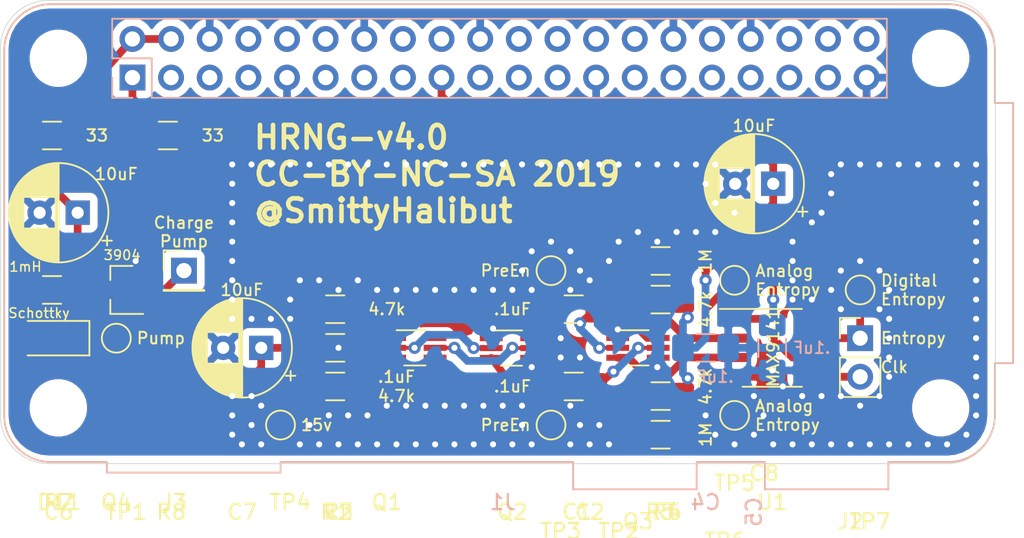
<source format=kicad_pcb>
(kicad_pcb (version 20171130) (host pcbnew 5.1.2-f72e74a~84~ubuntu16.04.1)
  (layers (0 F.Cu signal hide) (31 B.Cu signal) (34 B.Paste user) (35 F.Paste user) (36 B.SilkS user) (37 F.SilkS user) (38 B.Mask user) (39 F.Mask user) (44 Edge.Cuts user))
  (net 0 "")
  (net 1 "Net-(C1-Pad2)")
  (net 2 "Net-(C1-Pad1)")
  (net 3 "Net-(C2-Pad2)")
  (net 4 "Net-(C2-Pad1)")
  (net 5 "Net-(Q1-Pad2)")
  (net 6 GND)
  (net 7 "Net-(Q1-Pad5)")
  (net 8 "Net-(Q3-Pad6)")
  (net 9 "Net-(Q3-Pad3)")
  (net 10 +15V)
  (net 11 +5V)
  (net 12 "Net-(Q1-Pad6)")
  (net 13 "Net-(Q1-Pad3)")
  (net 14 Entropy)
  (net 15 "Net-(C6-Pad1)")
  (net 16 "Net-(D1-Pad2)")
  (net 17 PumpClk)
  (net 18 +5F)
  (net 19 +3V3)
  (net 20 "Net-(J1-Pad40)")
  (net 21 "Net-(J1-Pad26)")
  (net 22 "Net-(J1-Pad22)")
  (net 23 "Net-(J1-Pad21)")
  (net 24 "Net-(J1-Pad29)")
  (net 25 "Net-(J1-Pad8)")
  (net 26 "Net-(J1-Pad7)")
  (net 27 "Net-(J1-Pad32)")
  (net 28 "Net-(J1-Pad31)")
  (net 29 "Net-(J1-Pad18)")
  (net 30 "Net-(J1-Pad36)")
  (net 31 "Net-(J1-Pad35)")
  (net 32 "Net-(J1-Pad33)")
  (net 33 "Net-(J1-Pad38)")
  (net 34 "Net-(J1-Pad37)")
  (net 35 "Net-(J1-Pad19)")
  (net 36 "Net-(J1-Pad10)")
  (net 37 "Net-(J1-Pad13)")
  (net 38 "Net-(J1-Pad28)")
  (net 39 "Net-(J1-Pad27)")
  (net 40 "Net-(J1-Pad12)")
  (net 41 "Net-(J1-Pad11)")
  (net 42 "Net-(J1-Pad24)")
  (net 43 "Net-(J1-Pad23)")
  (net 44 "Net-(J1-Pad5)")
  (net 45 "Net-(J1-Pad16)")
  (net 46 "Net-(J1-Pad15)")
  (net 47 "Net-(J1-Pad3)")
  (net 48 EntropyClk)
  (module Connector_PinHeader_2.54mm:PinHeader_1x01_P2.54mm_Vertical (layer F.Cu) (at 40.64 53.34)
    (fp_text reference J3 (at -0.635 15.24) (layer F.SilkS))
    (fp_text value Conn_01x01)
    (pad 1 thru_hole rect (at 0 0) (size 1.7 1.7) (drill 1) (layers *.Cu *.Mask) (net 17 PumpClk))
  )
  (module Connector_PinHeader_2.54mm:PinHeader_1x02_P2.54mm_Vertical (layer F.Cu) (at 85.09 57.785)
    (fp_text reference J2 (at -0.635 12.065) (layer F.SilkS))
    (fp_text value Conn_01x02)
    (pad 2 thru_hole oval (at 0 2.54) (size 1.7 1.7) (drill 1) (layers *.Cu *.Mask) (net 48 EntropyClk))
    (pad 1 thru_hole rect (at 0 0) (size 1.7 1.7) (drill 1) (layers *.Cu *.Mask) (net 14 Entropy))
  )
  (module TestPoint:TestPoint_Pad_D1.5mm (layer F.Cu) (at 85.09 54.61)
    (fp_text reference TP7 (at 0.635 15.24) (layer F.SilkS))
    (fp_text value TestPoint)
    (pad 1 smd circle (at 0 0) (size 1.5 1.5) (layers F.Cu F.Mask) (net 14 Entropy))
  )
  (module TestPoint:TestPoint_Pad_D1.5mm (layer F.Cu) (at 76.835 53.975)
    (fp_text reference TP5 (at 0 13.335) (layer F.SilkS))
    (fp_text value TestPoint)
    (pad 1 smd circle (at 0 0) (size 1.5 1.5) (layers F.Cu F.Mask) (net 8 "Net-(Q3-Pad6)"))
  )
  (module TestPoint:TestPoint_Pad_D1.5mm (layer F.Cu) (at 76.835 62.865)
    (fp_text reference TP6 (at -0.635 8.255) (layer F.SilkS))
    (fp_text value TestPoint)
    (pad 1 smd circle (at 0 0) (size 1.5 1.5) (layers F.Cu F.Mask) (net 9 "Net-(Q3-Pad3)"))
  )
  (module Capacitor_SMD:C_1206_3216Metric_Pad1.42x1.75mm_HandSolder (layer B.Cu) (at 79.31 58.42 270)
    (fp_text reference C5 (at 10.795 1.205 90) (layer B.SilkS) (effects (justify mirror)))
    (fp_text value .1uF)
    (pad 2 smd roundrect (at 1.4875 0 270) (size 1.425 1.75) (layers B.Cu B.Paste B.Mask) (roundrect_rratio 0.175439) (net 6 GND))
    (pad 1 smd roundrect (at -1.4875 0 270) (size 1.425 1.75) (layers B.Cu B.Paste B.Mask) (roundrect_rratio 0.175439) (net 19 +3V3))
  )
  (module Package_SO:SOIC-8_3.9x4.9mm_P1.27mm (layer F.Cu) (at 79.31 58.42)
    (fp_text reference U1 (at 0 10.16) (layer F.SilkS))
    (fp_text value MAX9141)
    (pad 8 smd roundrect (at 2.475 -1.905) (size 1.95 0.6) (layers F.Cu F.Paste F.Mask))
    (pad 7 smd roundrect (at 2.475 -0.635) (size 1.95 0.6) (layers F.Cu F.Paste F.Mask) (net 14 Entropy))
    (pad 6 smd roundrect (at 2.475 0.635) (size 1.95 0.6) (layers F.Cu F.Paste F.Mask) (net 19 +3V3))
    (pad 5 smd roundrect (at 2.475 1.905) (size 1.95 0.6) (layers F.Cu F.Paste F.Mask) (net 48 EntropyClk))
    (pad 4 smd roundrect (at -2.475 1.905) (size 1.95 0.6) (layers F.Cu F.Paste F.Mask) (net 6 GND))
    (pad 3 smd roundrect (at -2.475 0.635) (size 1.95 0.6) (layers F.Cu F.Paste F.Mask) (net 9 "Net-(Q3-Pad3)"))
    (pad 2 smd roundrect (at -2.475 -0.635) (size 1.95 0.6) (layers F.Cu F.Paste F.Mask) (net 8 "Net-(Q3-Pad6)"))
    (pad 1 smd roundrect (at -2.475 -1.905) (size 1.95 0.6) (layers F.Cu F.Paste F.Mask) (net 19 +3V3))
  )
  (module Package_TO_SOT_SMD:SOT-23 (layer F.Cu) (at 36.56 54.61 180)
    (fp_text reference Q4 (at 0.365 -13.97) (layer F.SilkS))
    (fp_text value MMBT3904)
    (pad 3 smd rect (at 1 0 180) (size 0.9 0.8) (layers F.Cu F.Paste F.Mask) (net 16 "Net-(D1-Pad2)"))
    (pad 2 smd rect (at -1 0.95 180) (size 0.9 0.8) (layers F.Cu F.Paste F.Mask) (net 6 GND))
    (pad 1 smd rect (at -1 -0.95 180) (size 0.9 0.8) (layers F.Cu F.Paste F.Mask) (net 17 PumpClk))
  )
  (module TestPoint:TestPoint_Pad_D1.5mm (layer F.Cu) (at 36.195 57.785)
    (fp_text reference TP1 (at 0.635 11.43) (layer F.SilkS))
    (fp_text value TestPoint)
    (pad 1 smd circle (at 0 0) (size 1.5 1.5) (layers F.Cu F.Mask) (net 16 "Net-(D1-Pad2)"))
  )
  (module Inductor_SMD:L_1206_3216Metric_Pad1.42x1.75mm_HandSolder (layer F.Cu) (at 31.9675 54.61)
    (fp_text reference L1 (at 1.0525 13.97) (layer F.SilkS))
    (fp_text value 1mH)
    (pad 2 smd roundrect (at 1.4875 0) (size 1.425 1.75) (layers F.Cu F.Paste F.Mask) (roundrect_rratio 0.175439) (net 16 "Net-(D1-Pad2)"))
    (pad 1 smd roundrect (at -1.4875 0) (size 1.425 1.75) (layers F.Cu F.Paste F.Mask) (roundrect_rratio 0.175439) (net 15 "Net-(C6-Pad1)"))
  )
  (module Diode_SMD:D_1206_3216Metric_Pad1.42x1.75mm_HandSolder (layer F.Cu) (at 31.9675 57.785 180)
    (fp_text reference D1 (at 0 -10.795) (layer F.SilkS))
    (fp_text value Schottky)
    (pad 2 smd roundrect (at 1.4875 0 180) (size 1.425 1.75) (layers F.Cu F.Paste F.Mask) (roundrect_rratio 0.175439) (net 16 "Net-(D1-Pad2)"))
    (pad 1 smd roundrect (at -1.4875 0 180) (size 1.425 1.75) (layers F.Cu F.Paste F.Mask) (roundrect_rratio 0.175439) (net 10 +15V))
  )
  (module Capacitor_THT:CP_Radial_D6.3mm_P2.50mm (layer F.Cu) (at 33.655 49.53 180)
    (fp_text reference C6 (at 1.25 -19.685) (layer F.SilkS))
    (fp_text value 10uF)
    (pad 2 thru_hole circle (at 2.5 0 180) (size 1.6 1.6) (drill 0.8) (layers *.Cu *.Mask) (net 6 GND))
    (pad 1 thru_hole rect (at 0 0 180) (size 1.6 1.6) (drill 0.8) (layers *.Cu *.Mask) (net 15 "Net-(C6-Pad1)"))
  )
  (module Capacitor_THT:CP_Radial_D6.3mm_P2.50mm (layer F.Cu) (at 45.72 58.42 180)
    (fp_text reference C7 (at 1.25 -10.795) (layer F.SilkS))
    (fp_text value 10uF)
    (pad 2 thru_hole circle (at 2.5 0 180) (size 1.6 1.6) (drill 0.8) (layers *.Cu *.Mask) (net 6 GND))
    (pad 1 thru_hole rect (at 0 0 180) (size 1.6 1.6) (drill 0.8) (layers *.Cu *.Mask) (net 10 +15V))
  )
  (module Capacitor_THT:CP_Radial_D6.3mm_P2.50mm (layer F.Cu) (at 79.375 47.625 180)
    (fp_text reference C8 (at 0.595 -19.05) (layer F.SilkS))
    (fp_text value 10uF)
    (pad 2 thru_hole circle (at 2.5 0 180) (size 1.6 1.6) (drill 0.8) (layers *.Cu *.Mask) (net 6 GND))
    (pad 1 thru_hole rect (at 0 0 180) (size 1.6 1.6) (drill 0.8) (layers *.Cu *.Mask) (net 18 +5F))
  )
  (module TestPoint:TestPoint_Pad_D1.5mm (layer F.Cu) (at 46.99 63.5)
    (fp_text reference TP4 (at 0.635 5.08) (layer F.SilkS))
    (fp_text value TestPoint)
    (pad 1 smd circle (at 0 0) (size 1.5 1.5) (layers F.Cu F.Mask) (net 10 +15V))
  )
  (module TestPoint:TestPoint_Pad_D1.5mm (layer F.Cu) (at 64.77 63.5)
    (fp_text reference TP3 (at 0.635 6.985) (layer F.SilkS))
    (fp_text value TestPoint)
    (pad 1 smd circle (at 0 0) (size 1.5 1.5) (layers F.Cu F.Mask) (net 3 "Net-(C2-Pad2)"))
  )
  (module TestPoint:TestPoint_Pad_D1.5mm (layer F.Cu) (at 64.77 53.34)
    (fp_text reference TP2 (at 4.445 17.145) (layer F.SilkS))
    (fp_text value TestPoint)
    (pad 1 smd circle (at 0 0) (size 1.5 1.5) (layers F.Cu F.Mask) (net 1 "Net-(C1-Pad2)"))
  )
  (module Resistor_SMD:R_1206_3216Metric_Pad1.42x1.75mm_HandSolder (layer F.Cu) (at 39.5875 44.45 180)
    (fp_text reference R8 (at -0.2175 -24.765) (layer F.SilkS))
    (fp_text value 33)
    (pad 2 smd roundrect (at 1.4875 0 180) (size 1.425 1.75) (layers F.Cu F.Paste F.Mask) (roundrect_rratio 0.175439) (net 11 +5V))
    (pad 1 smd roundrect (at -1.4875 0 180) (size 1.425 1.75) (layers F.Cu F.Paste F.Mask) (roundrect_rratio 0.175439) (net 18 +5F))
  )
  (module Module:Raspberry_Pi_Zero_Socketed_THT_FaceDown_MountingHoles (layer B.Cu) (at 37.255 40.64 270)
    (fp_text reference J1 (at 27.94 -24.34) (layer B.SilkS) (effects (justify mirror)))
    (fp_text value Raspberry_Pi_2_3)
    (pad "" np_thru_hole circle (at -1.27 -53.13 180) (size 2.75 2.75) (drill 2.75) (layers *.Cu *.Mask))
    (pad "" np_thru_hole circle (at 21.73 4.87 180) (size 2.75 2.75) (drill 2.75) (layers *.Cu *.Mask))
    (pad "" np_thru_hole circle (at 21.73 -53.13 180) (size 2.75 2.75) (drill 2.75) (layers *.Cu *.Mask))
    (pad "" np_thru_hole circle (at -1.27 4.87 180) (size 2.75 2.75) (drill 2.75) (layers *.Cu *.Mask))
    (pad 40 thru_hole oval (at -2.54 -48.26 270) (size 1.7 1.7) (drill 1) (layers *.Cu *.Mask) (net 20 "Net-(J1-Pad40)"))
    (pad 39 thru_hole oval (at 0 -48.26 270) (size 1.7 1.7) (drill 1) (layers *.Cu *.Mask) (net 6 GND))
    (pad 26 thru_hole oval (at -2.54 -30.48 270) (size 1.7 1.7) (drill 1) (layers *.Cu *.Mask) (net 21 "Net-(J1-Pad26)"))
    (pad 25 thru_hole oval (at 0 -30.48 270) (size 1.7 1.7) (drill 1) (layers *.Cu *.Mask) (net 6 GND))
    (pad 22 thru_hole oval (at -2.54 -25.4 270) (size 1.7 1.7) (drill 1) (layers *.Cu *.Mask) (net 22 "Net-(J1-Pad22)"))
    (pad 21 thru_hole oval (at 0 -25.4 270) (size 1.7 1.7) (drill 1) (layers *.Cu *.Mask) (net 23 "Net-(J1-Pad21)"))
    (pad 30 thru_hole oval (at -2.54 -35.56 270) (size 1.7 1.7) (drill 1) (layers *.Cu *.Mask) (net 6 GND))
    (pad 29 thru_hole oval (at 0 -35.56 270) (size 1.7 1.7) (drill 1) (layers *.Cu *.Mask) (net 24 "Net-(J1-Pad29)"))
    (pad 8 thru_hole oval (at -2.54 -7.62 270) (size 1.7 1.7) (drill 1) (layers *.Cu *.Mask) (net 25 "Net-(J1-Pad8)"))
    (pad 7 thru_hole oval (at 0 -7.62 270) (size 1.7 1.7) (drill 1) (layers *.Cu *.Mask) (net 26 "Net-(J1-Pad7)"))
    (pad 32 thru_hole oval (at -2.54 -38.1 270) (size 1.7 1.7) (drill 1) (layers *.Cu *.Mask) (net 27 "Net-(J1-Pad32)"))
    (pad 31 thru_hole oval (at 0 -38.1 270) (size 1.7 1.7) (drill 1) (layers *.Cu *.Mask) (net 28 "Net-(J1-Pad31)"))
    (pad 18 thru_hole oval (at -2.54 -20.32 270) (size 1.7 1.7) (drill 1) (layers *.Cu *.Mask) (net 29 "Net-(J1-Pad18)"))
    (pad 17 thru_hole oval (at 0 -20.32 270) (size 1.7 1.7) (drill 1) (layers *.Cu *.Mask) (net 19 +3V3))
    (pad 36 thru_hole oval (at -2.54 -43.18 270) (size 1.7 1.7) (drill 1) (layers *.Cu *.Mask) (net 30 "Net-(J1-Pad36)"))
    (pad 35 thru_hole oval (at 0 -43.18 270) (size 1.7 1.7) (drill 1) (layers *.Cu *.Mask) (net 31 "Net-(J1-Pad35)"))
    (pad 34 thru_hole oval (at -2.54 -40.64 270) (size 1.7 1.7) (drill 1) (layers *.Cu *.Mask) (net 6 GND))
    (pad 33 thru_hole oval (at 0 -40.64 270) (size 1.7 1.7) (drill 1) (layers *.Cu *.Mask) (net 32 "Net-(J1-Pad33)"))
    (pad 38 thru_hole oval (at -2.54 -45.72 270) (size 1.7 1.7) (drill 1) (layers *.Cu *.Mask) (net 33 "Net-(J1-Pad38)"))
    (pad 37 thru_hole oval (at 0 -45.72 270) (size 1.7 1.7) (drill 1) (layers *.Cu *.Mask) (net 34 "Net-(J1-Pad37)"))
    (pad 20 thru_hole oval (at -2.54 -22.86 270) (size 1.7 1.7) (drill 1) (layers *.Cu *.Mask) (net 6 GND))
    (pad 19 thru_hole oval (at 0 -22.86 270) (size 1.7 1.7) (drill 1) (layers *.Cu *.Mask) (net 35 "Net-(J1-Pad19)"))
    (pad 10 thru_hole oval (at -2.54 -10.16 270) (size 1.7 1.7) (drill 1) (layers *.Cu *.Mask) (net 36 "Net-(J1-Pad10)"))
    (pad 9 thru_hole oval (at 0 -10.16 270) (size 1.7 1.7) (drill 1) (layers *.Cu *.Mask) (net 6 GND))
    (pad 14 thru_hole oval (at -2.54 -15.24 270) (size 1.7 1.7) (drill 1) (layers *.Cu *.Mask) (net 6 GND))
    (pad 13 thru_hole oval (at 0 -15.24 270) (size 1.7 1.7) (drill 1) (layers *.Cu *.Mask) (net 37 "Net-(J1-Pad13)"))
    (pad 28 thru_hole oval (at -2.54 -33.02 270) (size 1.7 1.7) (drill 1) (layers *.Cu *.Mask) (net 38 "Net-(J1-Pad28)"))
    (pad 27 thru_hole oval (at 0 -33.02 270) (size 1.7 1.7) (drill 1) (layers *.Cu *.Mask) (net 39 "Net-(J1-Pad27)"))
    (pad 12 thru_hole oval (at -2.54 -12.7 270) (size 1.7 1.7) (drill 1) (layers *.Cu *.Mask) (net 40 "Net-(J1-Pad12)"))
    (pad 11 thru_hole oval (at 0 -12.7 270) (size 1.7 1.7) (drill 1) (layers *.Cu *.Mask) (net 41 "Net-(J1-Pad11)"))
    (pad 24 thru_hole oval (at -2.54 -27.94 270) (size 1.7 1.7) (drill 1) (layers *.Cu *.Mask) (net 42 "Net-(J1-Pad24)"))
    (pad 23 thru_hole oval (at 0 -27.94 270) (size 1.7 1.7) (drill 1) (layers *.Cu *.Mask) (net 43 "Net-(J1-Pad23)"))
    (pad 1 thru_hole rect (at 0 0 270) (size 1.7 1.7) (drill 1) (layers *.Cu *.Mask) (net 19 +3V3))
    (pad 2 thru_hole oval (at -2.54 0 270) (size 1.7 1.7) (drill 1) (layers *.Cu *.Mask) (net 11 +5V))
    (pad 5 thru_hole oval (at 0 -5.08 270) (size 1.7 1.7) (drill 1) (layers *.Cu *.Mask) (net 44 "Net-(J1-Pad5)"))
    (pad 4 thru_hole oval (at -2.54 -2.54 270) (size 1.7 1.7) (drill 1) (layers *.Cu *.Mask) (net 11 +5V))
    (pad 16 thru_hole oval (at -2.54 -17.78 270) (size 1.7 1.7) (drill 1) (layers *.Cu *.Mask) (net 45 "Net-(J1-Pad16)"))
    (pad 15 thru_hole oval (at 0 -17.78 270) (size 1.7 1.7) (drill 1) (layers *.Cu *.Mask) (net 46 "Net-(J1-Pad15)"))
    (pad 3 thru_hole oval (at 0 -2.54 270) (size 1.7 1.7) (drill 1) (layers *.Cu *.Mask) (net 47 "Net-(J1-Pad3)"))
    (pad 6 thru_hole oval (at -2.54 -5.08 270) (size 1.7 1.7) (drill 1) (layers *.Cu *.Mask) (net 6 GND))
  )
  (module Resistor_SMD:R_1206_3216Metric_Pad1.42x1.75mm_HandSolder (layer F.Cu) (at 31.9675 44.45 180)
    (fp_text reference R7 (at -0.4175 -24.13) (layer F.SilkS))
    (fp_text value 33)
    (pad 2 smd roundrect (at 1.4875 0 180) (size 1.425 1.75) (layers F.Cu F.Paste F.Mask) (roundrect_rratio 0.175439) (net 15 "Net-(C6-Pad1)"))
    (pad 1 smd roundrect (at -1.4875 0 180) (size 1.425 1.75) (layers F.Cu F.Paste F.Mask) (roundrect_rratio 0.175439) (net 11 +5V))
  )
  (module Capacitor_SMD:C_1206_3216Metric_Pad1.42x1.75mm_HandSolder (layer B.Cu) (at 74.93 58.42)
    (fp_text reference C4 (at 0 10.16) (layer B.SilkS) (effects (justify mirror)))
    (fp_text value .1uF)
    (pad 2 smd roundrect (at 1.4875 0) (size 1.425 1.75) (layers B.Cu B.Paste B.Mask) (roundrect_rratio 0.175439) (net 6 GND))
    (pad 1 smd roundrect (at -1.4875 0) (size 1.425 1.75) (layers B.Cu B.Paste B.Mask) (roundrect_rratio 0.175439) (net 18 +5F))
  )
  (module Capacitor_SMD:C_1206_3216Metric_Pad1.42x1.75mm_HandSolder (layer F.Cu) (at 50.5825 58.42)
    (fp_text reference C3 (at 0.2175 10.795) (layer F.SilkS))
    (fp_text value .1uF)
    (pad 2 smd roundrect (at 1.4875 0) (size 1.425 1.75) (layers F.Cu F.Paste F.Mask) (roundrect_rratio 0.175439) (net 6 GND))
    (pad 1 smd roundrect (at -1.4875 0) (size 1.425 1.75) (layers F.Cu F.Paste F.Mask) (roundrect_rratio 0.175439) (net 10 +15V))
  )
  (module Package_TO_SOT_SMD:SOT-363_SC-70-6_Handsoldering (layer F.Cu) (at 70.485 58.42)
    (fp_text reference Q3 (at 0 11.43) (layer F.SilkS))
    (fp_text value MMDT3904)
    (pad 6 smd rect (at 1.33 -0.65) (size 1.5 0.4) (layers F.Cu F.Paste F.Mask) (net 8 "Net-(Q3-Pad6)"))
    (pad 5 smd rect (at 1.33 0) (size 1.5 0.4) (layers F.Cu F.Paste F.Mask) (net 4 "Net-(C2-Pad1)"))
    (pad 4 smd rect (at 1.33 0.65) (size 1.5 0.4) (layers F.Cu F.Paste F.Mask) (net 6 GND))
    (pad 3 smd rect (at -1.33 0.65) (size 1.5 0.4) (layers F.Cu F.Paste F.Mask) (net 9 "Net-(Q3-Pad3)"))
    (pad 2 smd rect (at -1.33 0) (size 1.5 0.4) (layers F.Cu F.Paste F.Mask) (net 2 "Net-(C1-Pad1)"))
    (pad 1 smd rect (at -1.33 -0.65) (size 1.5 0.4) (layers F.Cu F.Paste F.Mask) (net 6 GND))
  )
  (module Package_TO_SOT_SMD:SOT-363_SC-70-6_Handsoldering (layer F.Cu) (at 62.17 58.435)
    (fp_text reference Q2 (at 0.06 10.78) (layer F.SilkS))
    (fp_text value MMDT3904)
    (pad 6 smd rect (at 1.33 -0.65) (size 1.5 0.4) (layers F.Cu F.Paste F.Mask) (net 1 "Net-(C1-Pad2)"))
    (pad 5 smd rect (at 1.33 0) (size 1.5 0.4) (layers F.Cu F.Paste F.Mask) (net 7 "Net-(Q1-Pad5)"))
    (pad 4 smd rect (at 1.33 0.65) (size 1.5 0.4) (layers F.Cu F.Paste F.Mask) (net 6 GND))
    (pad 3 smd rect (at -1.33 0.65) (size 1.5 0.4) (layers F.Cu F.Paste F.Mask) (net 3 "Net-(C2-Pad2)"))
    (pad 2 smd rect (at -1.33 0) (size 1.5 0.4) (layers F.Cu F.Paste F.Mask) (net 5 "Net-(Q1-Pad2)"))
    (pad 1 smd rect (at -1.33 -0.65) (size 1.5 0.4) (layers F.Cu F.Paste F.Mask) (net 6 GND))
  )
  (module Package_TO_SOT_SMD:SOT-363_SC-70-6_Handsoldering (layer F.Cu) (at 55.82 58.42)
    (fp_text reference Q1 (at -1.845 10.16) (layer F.SilkS))
    (fp_text value MMDT3904)
    (pad 6 smd rect (at 1.33 -0.65) (size 1.5 0.4) (layers F.Cu F.Paste F.Mask) (net 12 "Net-(Q1-Pad6)"))
    (pad 5 smd rect (at 1.33 0) (size 1.5 0.4) (layers F.Cu F.Paste F.Mask) (net 7 "Net-(Q1-Pad5)"))
    (pad 4 smd rect (at 1.33 0.65) (size 1.5 0.4) (layers F.Cu F.Paste F.Mask) (net 3 "Net-(C2-Pad2)"))
    (pad 3 smd rect (at -1.33 0.65) (size 1.5 0.4) (layers F.Cu F.Paste F.Mask) (net 13 "Net-(Q1-Pad3)"))
    (pad 2 smd rect (at -1.33 0) (size 1.5 0.4) (layers F.Cu F.Paste F.Mask) (net 5 "Net-(Q1-Pad2)"))
    (pad 1 smd rect (at -1.33 -0.65) (size 1.5 0.4) (layers F.Cu F.Paste F.Mask) (net 1 "Net-(C1-Pad2)"))
  )
  (module Resistor_SMD:R_1206_3216Metric_Pad1.42x1.75mm_HandSolder (layer F.Cu) (at 71.9725 61.595 180)
    (fp_text reference R6 (at -0.4175 -7.62) (layer F.SilkS))
    (fp_text value 4.7k)
    (pad 2 smd roundrect (at 1.4875 0 180) (size 1.425 1.75) (layers F.Cu F.Paste F.Mask) (roundrect_rratio 0.175439) (net 9 "Net-(Q3-Pad3)"))
    (pad 1 smd roundrect (at -1.4875 0 180) (size 1.425 1.75) (layers F.Cu F.Paste F.Mask) (roundrect_rratio 0.175439) (net 18 +5F))
  )
  (module Resistor_SMD:R_1206_3216Metric_Pad1.42x1.75mm_HandSolder (layer F.Cu) (at 71.9725 55.245 180)
    (fp_text reference R5 (at 0 -13.97) (layer F.SilkS))
    (fp_text value 4.7k)
    (pad 2 smd roundrect (at 1.4875 0 180) (size 1.425 1.75) (layers F.Cu F.Paste F.Mask) (roundrect_rratio 0.175439) (net 8 "Net-(Q3-Pad6)"))
    (pad 1 smd roundrect (at -1.4875 0 180) (size 1.425 1.75) (layers F.Cu F.Paste F.Mask) (roundrect_rratio 0.175439) (net 18 +5F))
  )
  (module Resistor_SMD:R_1206_3216Metric_Pad1.42x1.75mm_HandSolder (layer F.Cu) (at 71.9725 64.135 180)
    (fp_text reference R4 (at -0.4175 -5.08) (layer F.SilkS))
    (fp_text value 1M)
    (pad 2 smd roundrect (at 1.4875 0 180) (size 1.425 1.75) (layers F.Cu F.Paste F.Mask) (roundrect_rratio 0.175439) (net 4 "Net-(C2-Pad1)"))
    (pad 1 smd roundrect (at -1.4875 0 180) (size 1.425 1.75) (layers F.Cu F.Paste F.Mask) (roundrect_rratio 0.175439) (net 18 +5F))
  )
  (module Resistor_SMD:R_1206_3216Metric_Pad1.42x1.75mm_HandSolder (layer F.Cu) (at 71.9725 52.705 180)
    (fp_text reference R3 (at 0 -16.51) (layer F.SilkS))
    (fp_text value 1M)
    (pad 2 smd roundrect (at 1.4875 0 180) (size 1.425 1.75) (layers F.Cu F.Paste F.Mask) (roundrect_rratio 0.175439) (net 2 "Net-(C1-Pad1)"))
    (pad 1 smd roundrect (at -1.4875 0 180) (size 1.425 1.75) (layers F.Cu F.Paste F.Mask) (roundrect_rratio 0.175439) (net 18 +5F))
  )
  (module Resistor_SMD:R_1206_3216Metric_Pad1.42x1.75mm_HandSolder (layer F.Cu) (at 50.5825 60.96)
    (fp_text reference R2 (at 0.2175 8.255) (layer F.SilkS))
    (fp_text value 4.7k)
    (pad 2 smd roundrect (at 1.4875 0) (size 1.425 1.75) (layers F.Cu F.Paste F.Mask) (roundrect_rratio 0.175439) (net 3 "Net-(C2-Pad2)"))
    (pad 1 smd roundrect (at -1.4875 0) (size 1.425 1.75) (layers F.Cu F.Paste F.Mask) (roundrect_rratio 0.175439) (net 10 +15V))
  )
  (module Resistor_SMD:R_1206_3216Metric_Pad1.42x1.75mm_HandSolder (layer F.Cu) (at 50.5825 55.88)
    (fp_text reference R1 (at 0 13.335) (layer F.SilkS))
    (fp_text value 4.7k)
    (pad 2 smd roundrect (at 1.4875 0) (size 1.425 1.75) (layers F.Cu F.Paste F.Mask) (roundrect_rratio 0.175439) (net 1 "Net-(C1-Pad2)"))
    (pad 1 smd roundrect (at -1.4875 0) (size 1.425 1.75) (layers F.Cu F.Paste F.Mask) (roundrect_rratio 0.175439) (net 10 +15V))
  )
  (module Capacitor_SMD:C_1206_3216Metric_Pad1.42x1.75mm_HandSolder (layer F.Cu) (at 66.2575 60.96 180)
    (fp_text reference C2 (at -1.0525 -8.255) (layer F.SilkS))
    (fp_text value .1uF)
    (pad 2 smd roundrect (at 1.4875 0 180) (size 1.425 1.75) (layers F.Cu F.Paste F.Mask) (roundrect_rratio 0.175439) (net 3 "Net-(C2-Pad2)"))
    (pad 1 smd roundrect (at -1.4875 0 180) (size 1.425 1.75) (layers F.Cu F.Paste F.Mask) (roundrect_rratio 0.175439) (net 4 "Net-(C2-Pad1)"))
  )
  (module Capacitor_SMD:C_1206_3216Metric_Pad1.42x1.75mm_HandSolder (layer F.Cu) (at 66.2575 55.88 180)
    (fp_text reference C1 (at -0.2175 -13.335) (layer F.SilkS))
    (fp_text value .1uF)
    (pad 2 smd roundrect (at 1.4875 0 180) (size 1.425 1.75) (layers F.Cu F.Paste F.Mask) (roundrect_rratio 0.175439) (net 1 "Net-(C1-Pad2)"))
    (pad 1 smd roundrect (at -1.4875 0 180) (size 1.425 1.75) (layers F.Cu F.Paste F.Mask) (roundrect_rratio 0.175439) (net 2 "Net-(C1-Pad1)"))
  )
  (gr_text "Charge\nPump" (at 40.64 50.8) (layer F.SilkS) (effects (font (size 0.762 0.762) (thickness 0.127))))
  (gr_text .1uF (at 81.915 58.42) (layer B.SilkS) (effects (font (size 0.762 0.762) (thickness 0.127)) (justify mirror)))
  (gr_text .1uF (at 75.565 60.325) (layer B.SilkS) (effects (font (size 0.762 0.762) (thickness 0.127)) (justify mirror)))
  (gr_text "HRNG-v4.0\nCC-BY-NC-SA 2019\n@SmittyHalibut" (at 45.085 46.99) (layer F.SilkS) (effects (font (size 1.5 1.5) (thickness 0.3)) (justify left)))
  (gr_text 33 (at 42.545 44.45) (layer F.SilkS) (effects (font (size 0.762 0.762) (thickness 0.127))))
  (gr_text Clk (at 86.36 59.69) (layer F.SilkS) (effects (font (size 0.762 0.762) (thickness 0.127)) (justify left)))
  (gr_text Entropy (at 86.38 57.785) (layer F.SilkS) (effects (font (size 0.762 0.762) (thickness 0.127)) (justify left)))
  (gr_text MAX9141 (at 79.375 58.42 90) (layer F.SilkS) (effects (font (size 0.762 0.762) (thickness 0.127))))
  (gr_text 4.7k (at 74.93 60.96 90) (layer F.SilkS) (effects (font (size 0.762 0.762) (thickness 0.127))))
  (gr_text 4.7k (at 74.93 55.88 90) (layer F.SilkS) (effects (font (size 0.762 0.762) (thickness 0.127))))
  (gr_text 1M (at 74.93 52.705 90) (layer F.SilkS) (effects (font (size 0.762 0.762) (thickness 0.127))))
  (gr_text 1M (at 74.93 64.135 90) (layer F.SilkS) (effects (font (size 0.762 0.762) (thickness 0.127))))
  (gr_text .1uF (at 62.23 60.96) (layer F.SilkS) (effects (font (size 0.762 0.762) (thickness 0.127))))
  (gr_text .1uF (at 62.23 55.88) (layer F.SilkS) (effects (font (size 0.762 0.762) (thickness 0.127))))
  (gr_text "Digital\nEntropy" (at 86.38 54.61) (layer F.SilkS) (effects (font (size 0.762 0.762) (thickness 0.127)) (justify left)))
  (gr_text "Analog\nEntropy" (at 78.125 53.975) (layer F.SilkS) (effects (font (size 0.762 0.762) (thickness 0.127)) (justify left)))
  (gr_text "Analog\nEntropy" (at 78.105 62.865) (layer F.SilkS) (effects (font (size 0.762 0.762) (thickness 0.127)) (justify left)))
  (gr_text PreEn (at 63.5 53.34) (layer F.SilkS) (effects (font (size 0.762 0.762) (thickness 0.127)) (justify right)))
  (gr_text PreEn (at 63.5 63.5) (layer F.SilkS) (effects (font (size 0.762 0.762) (thickness 0.127)) (justify right)))
  (gr_text 15v (at 48.26 63.5) (layer F.SilkS) (effects (font (size 0.762 0.762) (thickness 0.127)) (justify left)))
  (gr_text Pump (at 37.465 57.785) (layer F.SilkS) (effects (font (size 0.762 0.762) (thickness 0.127)) (justify left)))
  (gr_text 3904 (at 36.576 52.324) (layer F.SilkS) (effects (font (size 0.635 0.635) (thickness 0.1016))))
  (gr_text Schottky (at 31.115 56.134) (layer F.SilkS) (effects (font (size 0.635 0.635) (thickness 0.1016))))
  (gr_text 1mH (at 30.226 53.086) (layer F.SilkS) (effects (font (size 0.635 0.635) (thickness 0.1016))))
  (gr_text .1uF (at 54.61 60.325) (layer F.SilkS) (effects (font (size 0.762 0.762) (thickness 0.127))))
  (gr_text 4.7k (at 53.975 55.88) (layer F.SilkS) (effects (font (size 0.762 0.762) (thickness 0.127))))
  (gr_text 4.7k (at 54.61 61.595) (layer F.SilkS) (effects (font (size 0.762 0.762) (thickness 0.127))))
  (gr_text 33 (at 34.925 44.45) (layer F.SilkS) (effects (font (size 0.762 0.762) (thickness 0.127))))
  (gr_text 10uF (at 78.105 43.815) (layer F.SilkS) (effects (font (size 0.762 0.762) (thickness 0.127))))
  (gr_text 10uF (at 36.195 46.99) (layer F.SilkS) (effects (font (size 0.762 0.762) (thickness 0.127))))
  (gr_text 10uF (at 44.45 54.61) (layer F.SilkS) (effects (font (size 0.762 0.762) (thickness 0.127))))
  (gr_line (start 93.98 62.865) (end 93.98 38.735) (layer Edge.Cuts) (width 0.05))
  (gr_line (start 31.75 66.04) (end 90.805 66.04) (layer Edge.Cuts) (width 0.05))
  (gr_line (start 28.575 38.735) (end 28.575 62.865) (layer Edge.Cuts) (width 0.05))
  (gr_line (start 90.805 35.56) (end 31.75 35.56) (layer Edge.Cuts) (width 0.05))
  (gr_arc (start 90.805 38.735) (end 93.98 38.735) (angle -90) (layer Edge.Cuts) (width 0.05))
  (gr_arc (start 90.805 62.865) (end 90.805 66.04) (angle -90) (layer Edge.Cuts) (width 0.05))
  (gr_arc (start 31.75 62.865) (end 28.575 62.865) (angle -90) (layer Edge.Cuts) (width 0.05))
  (gr_arc (start 31.75 38.735) (end 31.75 35.56) (angle -90) (layer Edge.Cuts) (width 0.05))
  (segment (start 54.61 57.765999) (end 54.49 57.765999) (width 0.508) (layer F.Cu) (net 1))
  (segment (start 55.88 55.88) (end 54.61 57.765999) (width 0.508) (layer F.Cu) (net 1))
  (segment (start 62.23 55.88) (end 63.5 57.780999) (width 0.508) (layer F.Cu) (net 1))
  (segment (start 64.77 55.88) (end 64.77 53.34) (width 0.508) (layer F.Cu) (net 1))
  (segment (start 61.595 55.88) (end 64.77 55.88) (width 0.508) (layer F.Cu) (net 1))
  (segment (start 52.07 55.88) (end 63.5 55.88) (width 0.508) (layer F.Cu) (net 1))
  (segment (start 67.945 58.42) (end 68.037798 58.42) (width 0.508) (layer F.Cu) (net 2))
  (via (at 67.945 58.42) (size 0.8) (drill 0.4) (layers F.Cu B.Cu) (net 2))
  (segment (start 67.945 58.42) (end 69.155 58.42) (width 0.254) (layer F.Cu) (net 2))
  (segment (start 67.745 55.445) (end 70.485 52.705) (width 0.508) (layer F.Cu) (net 2))
  (segment (start 67.745 55.88) (end 67.745 55.445) (width 0.508) (layer F.Cu) (net 2))
  (segment (start 66.675 56.805364) (end 67.745 55.88) (width 0.508) (layer F.Cu) (net 2))
  (via (at 66.675 56.805364) (size 0.8) (drill 0.4) (layers F.Cu B.Cu) (net 2))
  (segment (start 66.675 57.15) (end 67.945 58.42) (width 0.508) (layer B.Cu) (net 2))
  (segment (start 66.675 56.805364) (end 66.675 57.15) (width 0.508) (layer B.Cu) (net 2))
  (segment (start 55.88 60.96) (end 57.15 59.074001) (width 0.508) (layer F.Cu) (net 3))
  (segment (start 60.844001 59.089001) (end 60.84 59.089001) (width 0.508) (layer F.Cu) (net 3))
  (segment (start 60.96 59.205) (end 60.844001 59.089001) (width 0.508) (layer F.Cu) (net 3))
  (segment (start 62.23 60.96) (end 60.96 59.205) (width 0.508) (layer F.Cu) (net 3))
  (segment (start 64.77 60.96) (end 60.325 60.96) (width 0.508) (layer F.Cu) (net 3))
  (segment (start 64.77 63.5) (end 64.77 60.96) (width 0.508) (layer F.Cu) (net 3))
  (segment (start 56.515 60.96) (end 62.23 60.96) (width 0.508) (layer F.Cu) (net 3))
  (segment (start 52.07 60.96) (end 57.15 60.96) (width 0.508) (layer F.Cu) (net 3))
  (via (at 70.505002 58.42) (size 0.8) (drill 0.4) (layers F.Cu B.Cu) (net 4))
  (segment (start 70.505002 58.42) (end 70.697798 58.42) (width 0.508) (layer F.Cu) (net 4))
  (segment (start 70.505002 58.42) (end 71.815 58.42) (width 0.254) (layer F.Cu) (net 4))
  (segment (start 68.874324 59.984324) (end 67.745 60.96) (width 0.508) (layer F.Cu) (net 4))
  (via (at 68.874324 59.984324) (size 0.8) (drill 0.4) (layers F.Cu B.Cu) (net 4))
  (segment (start 67.745 61.395) (end 70.485 64.135) (width 0.508) (layer F.Cu) (net 4))
  (segment (start 67.745 60.96) (end 67.745 61.395) (width 0.508) (layer F.Cu) (net 4))
  (segment (start 68.940678 59.984324) (end 70.505002 58.42) (width 0.508) (layer B.Cu) (net 4))
  (segment (start 68.874324 59.984324) (end 68.940678 59.984324) (width 0.508) (layer B.Cu) (net 4))
  (via (at 55.799998 58.42) (size 0.8) (drill 0.4) (layers F.Cu B.Cu) (net 5))
  (segment (start 54.49 58.42) (end 55.799998 58.42) (width 0.254) (layer F.Cu) (net 5))
  (via (at 59.683875 58.426661) (size 0.8) (drill 0.4) (layers F.Cu B.Cu) (net 5))
  (segment (start 59.692214 58.435) (end 59.683875 58.426661) (width 0.254) (layer F.Cu) (net 5))
  (segment (start 60.84 58.435) (end 59.692214 58.435) (width 0.254) (layer F.Cu) (net 5))
  (segment (start 56.653999 57.565999) (end 56.199997 58.020001) (width 0.508) (layer B.Cu) (net 5))
  (segment (start 58.823213 57.565999) (end 56.653999 57.565999) (width 0.508) (layer B.Cu) (net 5))
  (segment (start 56.199997 58.020001) (end 55.799998 58.42) (width 0.508) (layer B.Cu) (net 5))
  (segment (start 59.683875 58.426661) (end 58.823213 57.565999) (width 0.508) (layer B.Cu) (net 5))
  (via (at 60.96 57.15) (size 0.8) (drill 0.4) (layers F.Cu B.Cu) (net 6))
  (segment (start 60.84 57.27) (end 60.96 57.15) (width 0.25) (layer F.Cu) (net 6))
  (segment (start 60.84 57.785) (end 60.84 57.27) (width 0.25) (layer F.Cu) (net 6))
  (via (at 63.5 59.69) (size 0.8) (drill 0.4) (layers F.Cu B.Cu) (net 6))
  (segment (start 63.5 59.085) (end 63.5 59.69) (width 0.25) (layer F.Cu) (net 6))
  (segment (start 69.155 57.77) (end 69.155 57.21) (width 0.25) (layer F.Cu) (net 6))
  (via (at 69.155 57.21) (size 0.8) (drill 0.4) (layers F.Cu B.Cu) (net 6))
  (via (at 71.755 59.69) (size 0.8) (drill 0.4) (layers F.Cu B.Cu) (net 6))
  (segment (start 71.815 59.63) (end 71.755 59.69) (width 0.25) (layer F.Cu) (net 6))
  (segment (start 71.815 59.07) (end 71.815 59.63) (width 0.25) (layer F.Cu) (net 6))
  (segment (start 63.5 59.69) (end 63.5 59.089001) (width 0.508) (layer F.Cu) (net 6))
  (segment (start 60.894686 57.780999) (end 60.84 57.780999) (width 0.508) (layer F.Cu) (net 6))
  (segment (start 60.96 57.715685) (end 60.894686 57.780999) (width 0.508) (layer F.Cu) (net 6))
  (segment (start 60.96 57.15) (end 60.96 57.715685) (width 0.508) (layer F.Cu) (net 6))
  (segment (start 69.155 57.21) (end 69.155 57.765999) (width 0.508) (layer F.Cu) (net 6))
  (segment (start 71.805314 59.074001) (end 71.815 59.074001) (width 0.508) (layer F.Cu) (net 6))
  (segment (start 71.755 59.124315) (end 71.805314 59.074001) (width 0.508) (layer F.Cu) (net 6))
  (segment (start 71.755 59.69) (end 71.755 59.124315) (width 0.508) (layer F.Cu) (net 6))
  (via (at 37.465 52.705) (size 0.8) (drill 0.4) (layers F.Cu B.Cu) (net 6))
  (segment (start 37.56 52.8) (end 37.465 52.705) (width 0.508) (layer F.Cu) (net 6))
  (segment (start 37.56 53.66) (end 37.56 52.8) (width 0.508) (layer F.Cu) (net 6))
  (segment (start 52.07 58.42) (end 50.8 58.42) (width 0.508) (layer F.Cu) (net 6))
  (via (at 50.8 58.42) (size 0.8) (drill 0.4) (layers F.Cu B.Cu) (net 6))
  (segment (start 76.835 60.325) (end 78.8925 60.325) (width 0.508) (layer F.Cu) (net 6))
  (segment (start 78.8925 60.325) (end 79.31 59.9075) (width 0.508) (layer F.Cu) (net 6))
  (via (at 79.31 59.9075) (size 0.8) (drill 0.4) (layers F.Cu B.Cu) (net 6))
  (via (at 43.815 56.515) (size 0.8) (drill 0.4) (layers F.Cu B.Cu) (net 6))
  (via (at 45.085 56.515) (size 0.8) (drill 0.4) (layers F.Cu B.Cu) (net 6))
  (via (at 46.355 56.515) (size 0.8) (drill 0.4) (layers F.Cu B.Cu) (net 6))
  (via (at 47.625 56.515) (size 0.8) (drill 0.4) (layers F.Cu B.Cu) (net 6))
  (via (at 47.625 55.245) (size 0.8) (drill 0.4) (layers F.Cu B.Cu) (net 6))
  (via (at 48.26 53.975) (size 0.8) (drill 0.4) (layers F.Cu B.Cu) (net 6))
  (via (at 49.53 53.975) (size 0.8) (drill 0.4) (layers F.Cu B.Cu) (net 6))
  (via (at 50.8 54.61) (size 0.8) (drill 0.4) (layers F.Cu B.Cu) (net 6))
  (via (at 52.07 53.975) (size 0.8) (drill 0.4) (layers F.Cu B.Cu) (net 6))
  (via (at 53.34 54.61) (size 0.8) (drill 0.4) (layers F.Cu B.Cu) (net 6))
  (via (at 54.61 54.61) (size 0.8) (drill 0.4) (layers F.Cu B.Cu) (net 6))
  (via (at 55.88 54.61) (size 0.8) (drill 0.4) (layers F.Cu B.Cu) (net 6))
  (via (at 57.15 54.61) (size 0.8) (drill 0.4) (layers F.Cu B.Cu) (net 6))
  (via (at 58.42 54.61) (size 0.8) (drill 0.4) (layers F.Cu B.Cu) (net 6))
  (via (at 59.69 54.61) (size 0.8) (drill 0.4) (layers F.Cu B.Cu) (net 6))
  (via (at 60.96 54.61) (size 0.8) (drill 0.4) (layers F.Cu B.Cu) (net 6))
  (via (at 62.23 54.61) (size 0.8) (drill 0.4) (layers F.Cu B.Cu) (net 6))
  (via (at 63.5 54.61) (size 0.8) (drill 0.4) (layers F.Cu B.Cu) (net 6))
  (via (at 62.865 53.34) (size 0.8) (drill 0.4) (layers F.Cu B.Cu) (net 6))
  (via (at 63.5 52.07) (size 0.8) (drill 0.4) (layers F.Cu B.Cu) (net 6))
  (via (at 64.77 51.435) (size 0.8) (drill 0.4) (layers F.Cu B.Cu) (net 6))
  (via (at 66.04 52.07) (size 0.8) (drill 0.4) (layers F.Cu B.Cu) (net 6))
  (via (at 66.675 53.34) (size 0.8) (drill 0.4) (layers F.Cu B.Cu) (net 6))
  (via (at 66.04 54.61) (size 0.8) (drill 0.4) (layers F.Cu B.Cu) (net 6))
  (via (at 67.31 53.975) (size 0.8) (drill 0.4) (layers F.Cu B.Cu) (net 6))
  (via (at 68.58 52.705) (size 0.8) (drill 0.4) (layers F.Cu B.Cu) (net 6))
  (via (at 69.215 51.435) (size 0.8) (drill 0.4) (layers F.Cu B.Cu) (net 6))
  (via (at 70.485 50.8) (size 0.8) (drill 0.4) (layers F.Cu B.Cu) (net 6))
  (via (at 71.755 51.435) (size 0.8) (drill 0.4) (layers F.Cu B.Cu) (net 6))
  (via (at 73.025 50.8) (size 0.8) (drill 0.4) (layers F.Cu B.Cu) (net 6))
  (via (at 74.295 50.8) (size 0.8) (drill 0.4) (layers F.Cu B.Cu) (net 6))
  (via (at 75.565 50.8) (size 0.8) (drill 0.4) (layers F.Cu B.Cu) (net 6))
  (via (at 76.835 49.53) (size 0.8) (drill 0.4) (layers F.Cu B.Cu) (net 6))
  (via (at 43.815 61.595) (size 0.8) (drill 0.4) (layers F.Cu B.Cu) (net 6))
  (via (at 45.085 61.595) (size 0.8) (drill 0.4) (layers F.Cu B.Cu) (net 6))
  (via (at 45.72 62.23) (size 0.8) (drill 0.4) (layers F.Cu B.Cu) (net 6))
  (via (at 45.085 63.5) (size 0.8) (drill 0.4) (layers F.Cu B.Cu) (net 6))
  (via (at 45.72 64.77) (size 0.8) (drill 0.4) (layers F.Cu B.Cu) (net 6))
  (via (at 48.26 64.77) (size 0.8) (drill 0.4) (layers F.Cu B.Cu) (net 6))
  (via (at 48.895 63.5) (size 0.8) (drill 0.4) (layers F.Cu B.Cu) (net 6))
  (via (at 50.165 62.865) (size 0.8) (drill 0.4) (layers F.Cu B.Cu) (net 6))
  (via (at 51.435 62.865) (size 0.8) (drill 0.4) (layers F.Cu B.Cu) (net 6))
  (via (at 52.705 62.865) (size 0.8) (drill 0.4) (layers F.Cu B.Cu) (net 6))
  (via (at 53.975 62.23) (size 0.8) (drill 0.4) (layers F.Cu B.Cu) (net 6))
  (via (at 55.245 62.23) (size 0.8) (drill 0.4) (layers F.Cu B.Cu) (net 6))
  (via (at 56.515 62.23) (size 0.8) (drill 0.4) (layers F.Cu B.Cu) (net 6))
  (via (at 57.785 62.23) (size 0.8) (drill 0.4) (layers F.Cu B.Cu) (net 6))
  (via (at 59.055 62.23) (size 0.8) (drill 0.4) (layers F.Cu B.Cu) (net 6))
  (via (at 60.325 62.23) (size 0.8) (drill 0.4) (layers F.Cu B.Cu) (net 6))
  (via (at 61.595 62.23) (size 0.8) (drill 0.4) (layers F.Cu B.Cu) (net 6))
  (via (at 62.865 62.23) (size 0.8) (drill 0.4) (layers F.Cu B.Cu) (net 6))
  (via (at 62.865 63.5) (size 0.8) (drill 0.4) (layers F.Cu B.Cu) (net 6))
  (via (at 63.5 64.77) (size 0.8) (drill 0.4) (layers F.Cu B.Cu) (net 6))
  (via (at 66.04 64.77) (size 0.8) (drill 0.4) (layers F.Cu B.Cu) (net 6))
  (via (at 66.675 63.5) (size 0.8) (drill 0.4) (layers F.Cu B.Cu) (net 6))
  (via (at 66.04 62.23) (size 0.8) (drill 0.4) (layers F.Cu B.Cu) (net 6))
  (via (at 65.405 57.785) (size 0.8) (drill 0.4) (layers F.Cu B.Cu) (net 6))
  (via (at 65.405 59.055) (size 0.8) (drill 0.4) (layers F.Cu B.Cu) (net 6))
  (via (at 66.675 59.055) (size 0.8) (drill 0.4) (layers F.Cu B.Cu) (net 6))
  (via (at 68.58 64.77) (size 0.8) (drill 0.4) (layers F.Cu B.Cu) (net 6))
  (via (at 67.945 63.5) (size 0.8) (drill 0.4) (layers F.Cu B.Cu) (net 6))
  (via (at 74.93 62.865) (size 0.8) (drill 0.4) (layers F.Cu B.Cu) (net 6))
  (via (at 75.565 64.135) (size 0.8) (drill 0.4) (layers F.Cu B.Cu) (net 6))
  (via (at 76.835 64.77) (size 0.8) (drill 0.4) (layers F.Cu B.Cu) (net 6))
  (via (at 78.105 64.135) (size 0.8) (drill 0.4) (layers F.Cu B.Cu) (net 6))
  (via (at 78.74 62.865) (size 0.8) (drill 0.4) (layers F.Cu B.Cu) (net 6))
  (via (at 78.105 61.595) (size 0.8) (drill 0.4) (layers F.Cu B.Cu) (net 6))
  (via (at 80.01 60.96) (size 0.8) (drill 0.4) (layers F.Cu B.Cu) (net 6))
  (via (at 81.28 61.595) (size 0.8) (drill 0.4) (layers F.Cu B.Cu) (net 6))
  (via (at 82.55 61.595) (size 0.8) (drill 0.4) (layers F.Cu B.Cu) (net 6))
  (via (at 83.82 61.595) (size 0.8) (drill 0.4) (layers F.Cu B.Cu) (net 6))
  (via (at 85.09 62.23) (size 0.8) (drill 0.4) (layers F.Cu B.Cu) (net 6))
  (via (at 86.36 61.595) (size 0.8) (drill 0.4) (layers F.Cu B.Cu) (net 6))
  (via (at 86.995 60.325) (size 0.8) (drill 0.4) (layers F.Cu B.Cu) (net 6))
  (via (at 86.995 57.785) (size 0.8) (drill 0.4) (layers F.Cu B.Cu) (net 6))
  (via (at 86.995 56.515) (size 0.8) (drill 0.4) (layers F.Cu B.Cu) (net 6))
  (via (at 86.36 55.88) (size 0.8) (drill 0.4) (layers F.Cu B.Cu) (net 6))
  (via (at 86.995 54.61) (size 0.8) (drill 0.4) (layers F.Cu B.Cu) (net 6))
  (via (at 86.36 53.34) (size 0.8) (drill 0.4) (layers F.Cu B.Cu) (net 6))
  (via (at 85.09 52.705) (size 0.8) (drill 0.4) (layers F.Cu B.Cu) (net 6))
  (via (at 83.82 53.34) (size 0.8) (drill 0.4) (layers F.Cu B.Cu) (net 6))
  (via (at 83.185 54.61) (size 0.8) (drill 0.4) (layers F.Cu B.Cu) (net 6))
  (via (at 83.82 55.88) (size 0.8) (drill 0.4) (layers F.Cu B.Cu) (net 6))
  (via (at 81.915 55.245) (size 0.8) (drill 0.4) (layers F.Cu B.Cu) (net 6))
  (via (at 80.645 55.245) (size 0.8) (drill 0.4) (layers F.Cu B.Cu) (net 6))
  (via (at 80.645 53.975) (size 0.8) (drill 0.4) (layers F.Cu B.Cu) (net 6))
  (via (at 80.645 52.705) (size 0.8) (drill 0.4) (layers F.Cu B.Cu) (net 6))
  (via (at 80.645 51.435) (size 0.8) (drill 0.4) (layers F.Cu B.Cu) (net 6))
  (via (at 82.55 49.53) (size 0.8) (drill 0.4) (layers F.Cu B.Cu) (net 6))
  (via (at 83.185 48.26) (size 0.8) (drill 0.4) (layers F.Cu B.Cu) (net 6))
  (via (at 83.185 46.99) (size 0.8) (drill 0.4) (layers F.Cu B.Cu) (net 6))
  (via (at 83.82 46.355) (size 0.8) (drill 0.4) (layers F.Cu B.Cu) (net 6))
  (via (at 85.09 46.355) (size 0.8) (drill 0.4) (layers F.Cu B.Cu) (net 6))
  (via (at 86.36 46.355) (size 0.8) (drill 0.4) (layers F.Cu B.Cu) (net 6))
  (via (at 87.63 46.355) (size 0.8) (drill 0.4) (layers F.Cu B.Cu) (net 6))
  (via (at 88.9 46.355) (size 0.8) (drill 0.4) (layers F.Cu B.Cu) (net 6))
  (via (at 90.17 46.355) (size 0.8) (drill 0.4) (layers F.Cu B.Cu) (net 6))
  (via (at 91.44 46.355) (size 0.8) (drill 0.4) (layers F.Cu B.Cu) (net 6))
  (via (at 92.71 46.355) (size 0.8) (drill 0.4) (layers F.Cu B.Cu) (net 6))
  (via (at 92.71 47.625) (size 0.8) (drill 0.4) (layers F.Cu B.Cu) (net 6))
  (via (at 92.71 48.895) (size 0.8) (drill 0.4) (layers F.Cu B.Cu) (net 6))
  (via (at 92.71 50.165) (size 0.8) (drill 0.4) (layers F.Cu B.Cu) (net 6))
  (via (at 92.71 51.435) (size 0.8) (drill 0.4) (layers F.Cu B.Cu) (net 6))
  (via (at 92.71 52.705) (size 0.8) (drill 0.4) (layers F.Cu B.Cu) (net 6))
  (via (at 92.71 53.975) (size 0.8) (drill 0.4) (layers F.Cu B.Cu) (net 6))
  (via (at 92.71 55.245) (size 0.8) (drill 0.4) (layers F.Cu B.Cu) (net 6))
  (via (at 92.71 56.515) (size 0.8) (drill 0.4) (layers F.Cu B.Cu) (net 6))
  (via (at 92.71 57.785) (size 0.8) (drill 0.4) (layers F.Cu B.Cu) (net 6))
  (via (at 92.71 59.055) (size 0.8) (drill 0.4) (layers F.Cu B.Cu) (net 6))
  (via (at 92.71 60.325) (size 0.8) (drill 0.4) (layers F.Cu B.Cu) (net 6))
  (via (at 92.71 61.595) (size 0.8) (drill 0.4) (layers F.Cu B.Cu) (net 6))
  (via (at 92.71 62.865) (size 0.8) (drill 0.4) (layers F.Cu B.Cu) (net 6))
  (via (at 92.075 64.135) (size 0.8) (drill 0.4) (layers F.Cu B.Cu) (net 6))
  (via (at 90.805 64.77) (size 0.8) (drill 0.4) (layers F.Cu B.Cu) (net 6))
  (via (at 89.535 64.77) (size 0.8) (drill 0.4) (layers F.Cu B.Cu) (net 6))
  (via (at 88.265 64.77) (size 0.8) (drill 0.4) (layers F.Cu B.Cu) (net 6))
  (via (at 86.995 64.77) (size 0.8) (drill 0.4) (layers F.Cu B.Cu) (net 6))
  (via (at 85.725 64.77) (size 0.8) (drill 0.4) (layers F.Cu B.Cu) (net 6))
  (via (at 84.455 64.77) (size 0.8) (drill 0.4) (layers F.Cu B.Cu) (net 6))
  (via (at 83.185 64.77) (size 0.8) (drill 0.4) (layers F.Cu B.Cu) (net 6))
  (via (at 81.915 64.77) (size 0.8) (drill 0.4) (layers F.Cu B.Cu) (net 6))
  (via (at 80.645 64.77) (size 0.8) (drill 0.4) (layers F.Cu B.Cu) (net 6))
  (via (at 79.375 64.77) (size 0.8) (drill 0.4) (layers F.Cu B.Cu) (net 6))
  (via (at 75.565 48.895) (size 0.8) (drill 0.4) (layers F.Cu B.Cu) (net 6))
  (via (at 74.93 47.625) (size 0.8) (drill 0.4) (layers F.Cu B.Cu) (net 6))
  (via (at 75.565 46.355) (size 0.8) (drill 0.4) (layers F.Cu B.Cu) (net 6))
  (via (at 74.295 46.355) (size 0.8) (drill 0.4) (layers F.Cu B.Cu) (net 6))
  (via (at 73.025 46.355) (size 0.8) (drill 0.4) (layers F.Cu B.Cu) (net 6))
  (via (at 71.755 46.355) (size 0.8) (drill 0.4) (layers F.Cu B.Cu) (net 6))
  (via (at 70.485 46.355) (size 0.8) (drill 0.4) (layers F.Cu B.Cu) (net 6))
  (via (at 69.215 46.355) (size 0.8) (drill 0.4) (layers F.Cu B.Cu) (net 6))
  (via (at 67.945 46.355) (size 0.8) (drill 0.4) (layers F.Cu B.Cu) (net 6))
  (via (at 66.675 46.355) (size 0.8) (drill 0.4) (layers F.Cu B.Cu) (net 6))
  (via (at 65.405 46.355) (size 0.8) (drill 0.4) (layers F.Cu B.Cu) (net 6))
  (via (at 64.135 46.355) (size 0.8) (drill 0.4) (layers F.Cu B.Cu) (net 6))
  (via (at 62.865 46.355) (size 0.8) (drill 0.4) (layers F.Cu B.Cu) (net 6))
  (via (at 61.595 46.355) (size 0.8) (drill 0.4) (layers F.Cu B.Cu) (net 6))
  (via (at 60.325 46.355) (size 0.8) (drill 0.4) (layers F.Cu B.Cu) (net 6))
  (via (at 59.055 46.355) (size 0.8) (drill 0.4) (layers F.Cu B.Cu) (net 6))
  (via (at 57.785 46.355) (size 0.8) (drill 0.4) (layers F.Cu B.Cu) (net 6))
  (via (at 56.515 46.355) (size 0.8) (drill 0.4) (layers F.Cu B.Cu) (net 6))
  (via (at 55.245 46.355) (size 0.8) (drill 0.4) (layers F.Cu B.Cu) (net 6))
  (via (at 53.975 46.355) (size 0.8) (drill 0.4) (layers F.Cu B.Cu) (net 6))
  (via (at 52.705 46.355) (size 0.8) (drill 0.4) (layers F.Cu B.Cu) (net 6))
  (via (at 51.435 46.355) (size 0.8) (drill 0.4) (layers F.Cu B.Cu) (net 6))
  (via (at 50.165 46.355) (size 0.8) (drill 0.4) (layers F.Cu B.Cu) (net 6))
  (via (at 48.895 46.355) (size 0.8) (drill 0.4) (layers F.Cu B.Cu) (net 6))
  (via (at 47.625 46.355) (size 0.8) (drill 0.4) (layers F.Cu B.Cu) (net 6))
  (via (at 46.355 46.355) (size 0.8) (drill 0.4) (layers F.Cu B.Cu) (net 6))
  (via (at 45.085 46.355) (size 0.8) (drill 0.4) (layers F.Cu B.Cu) (net 6))
  (via (at 43.815 46.355) (size 0.8) (drill 0.4) (layers F.Cu B.Cu) (net 6))
  (via (at 43.815 47.625) (size 0.8) (drill 0.4) (layers F.Cu B.Cu) (net 6))
  (via (at 43.815 48.895) (size 0.8) (drill 0.4) (layers F.Cu B.Cu) (net 6))
  (via (at 43.815 50.165) (size 0.8) (drill 0.4) (layers F.Cu B.Cu) (net 6))
  (via (at 43.815 51.435) (size 0.8) (drill 0.4) (layers F.Cu B.Cu) (net 6))
  (via (at 43.815 52.705) (size 0.8) (drill 0.4) (layers F.Cu B.Cu) (net 6))
  (via (at 43.815 53.975) (size 0.8) (drill 0.4) (layers F.Cu B.Cu) (net 6))
  (via (at 43.815 55.245) (size 0.8) (drill 0.4) (layers F.Cu B.Cu) (net 6))
  (via (at 43.815 62.865) (size 0.8) (drill 0.4) (layers F.Cu B.Cu) (net 6))
  (via (at 43.815 64.135) (size 0.8) (drill 0.4) (layers F.Cu B.Cu) (net 6))
  (via (at 44.45 64.77) (size 0.8) (drill 0.4) (layers F.Cu B.Cu) (net 6))
  (via (at 49.53 64.77) (size 0.8) (drill 0.4) (layers F.Cu B.Cu) (net 6))
  (via (at 50.8 64.77) (size 0.8) (drill 0.4) (layers F.Cu B.Cu) (net 6))
  (via (at 52.07 64.77) (size 0.8) (drill 0.4) (layers F.Cu B.Cu) (net 6))
  (via (at 53.34 64.77) (size 0.8) (drill 0.4) (layers F.Cu B.Cu) (net 6))
  (via (at 54.61 64.77) (size 0.8) (drill 0.4) (layers F.Cu B.Cu) (net 6))
  (via (at 55.88 64.77) (size 0.8) (drill 0.4) (layers F.Cu B.Cu) (net 6))
  (via (at 57.15 64.77) (size 0.8) (drill 0.4) (layers F.Cu B.Cu) (net 6))
  (via (at 58.42 64.77) (size 0.8) (drill 0.4) (layers F.Cu B.Cu) (net 6))
  (via (at 59.69 64.77) (size 0.8) (drill 0.4) (layers F.Cu B.Cu) (net 6))
  (via (at 60.96 64.77) (size 0.8) (drill 0.4) (layers F.Cu B.Cu) (net 6))
  (via (at 62.23 64.77) (size 0.8) (drill 0.4) (layers F.Cu B.Cu) (net 6))
  (via (at 67.31 64.77) (size 0.8) (drill 0.4) (layers F.Cu B.Cu) (net 6))
  (via (at 81.915 50.165) (size 0.8) (drill 0.4) (layers F.Cu B.Cu) (net 6))
  (via (at 86.995 59.055) (size 0.8) (drill 0.4) (layers F.Cu B.Cu) (net 6))
  (via (at 58.42 58.42) (size 0.8) (drill 0.4) (layers F.Cu B.Cu) (net 7))
  (segment (start 57.15 58.42) (end 58.42 58.42) (width 0.254) (layer F.Cu) (net 7))
  (via (at 62.23 58.42) (size 0.8) (drill 0.4) (layers F.Cu B.Cu) (net 7))
  (segment (start 62.245 58.435) (end 62.23 58.42) (width 0.254) (layer F.Cu) (net 7))
  (segment (start 63.5 58.435) (end 62.245 58.435) (width 0.254) (layer F.Cu) (net 7))
  (segment (start 61.830001 58.819999) (end 62.23 58.42) (width 0.508) (layer B.Cu) (net 7))
  (segment (start 61.369338 59.280662) (end 61.830001 58.819999) (width 0.508) (layer B.Cu) (net 7))
  (segment (start 59.280662 59.280662) (end 61.369338 59.280662) (width 0.508) (layer B.Cu) (net 7))
  (segment (start 58.42 58.42) (end 59.280662 59.280662) (width 0.508) (layer B.Cu) (net 7))
  (segment (start 70.485 55.245) (end 70.485 57.15) (width 0.508) (layer F.Cu) (net 8))
  (segment (start 70.485 57.15) (end 71.100999 57.765999) (width 0.508) (layer F.Cu) (net 8))
  (segment (start 71.100999 57.765999) (end 71.815 57.765999) (width 0.508) (layer F.Cu) (net 8))
  (segment (start 71.755 55.88) (end 70.485 55.245) (width 0.508) (layer F.Cu) (net 8))
  (segment (start 73.66 57.785) (end 71.755 55.88) (width 0.508) (layer F.Cu) (net 8))
  (segment (start 74.93 57.785) (end 74.93 55.88) (width 0.508) (layer F.Cu) (net 8))
  (segment (start 76.835 57.785) (end 74.93 57.785) (width 0.508) (layer F.Cu) (net 8))
  (segment (start 74.93 55.88) (end 76.835 53.975) (width 0.508) (layer F.Cu) (net 8))
  (segment (start 74.93 57.785) (end 73.66 57.785) (width 0.508) (layer F.Cu) (net 8))
  (segment (start 70.485 61.595) (end 70.485 59.69) (width 0.508) (layer F.Cu) (net 9))
  (segment (start 70.485 59.69) (end 69.869001 59.074001) (width 0.508) (layer F.Cu) (net 9))
  (segment (start 69.869001 59.074001) (end 69.155 59.074001) (width 0.508) (layer F.Cu) (net 9))
  (segment (start 71.755 60.96) (end 70.485 61.595) (width 0.508) (layer F.Cu) (net 9))
  (segment (start 71.885269 60.823653) (end 71.755 60.96) (width 0.508) (layer F.Cu) (net 9))
  (segment (start 73.653922 59.055) (end 71.885269 60.823653) (width 0.508) (layer F.Cu) (net 9))
  (segment (start 74.93 60.96) (end 76.835 62.865) (width 0.508) (layer F.Cu) (net 9))
  (segment (start 74.93 59.055) (end 74.93 60.96) (width 0.508) (layer F.Cu) (net 9))
  (segment (start 76.835 59.055) (end 74.93 59.055) (width 0.508) (layer F.Cu) (net 9))
  (segment (start 74.93 59.055) (end 73.653922 59.055) (width 0.508) (layer F.Cu) (net 9))
  (segment (start 49.095 55.88) (end 49.095 58.42) (width 0.508) (layer F.Cu) (net 10))
  (segment (start 49.095 58.42) (end 49.095 60.96) (width 0.508) (layer F.Cu) (net 10))
  (segment (start 34.2675 57.785) (end 36.8075 60.325) (width 0.508) (layer F.Cu) (net 10))
  (segment (start 33.455 57.785) (end 34.2675 57.785) (width 0.508) (layer F.Cu) (net 10))
  (segment (start 45.72 59.728) (end 45.72 58.42) (width 0.508) (layer F.Cu) (net 10))
  (segment (start 45.123 60.325) (end 45.72 59.728) (width 0.508) (layer F.Cu) (net 10))
  (segment (start 36.8075 60.325) (end 45.123 60.325) (width 0.508) (layer F.Cu) (net 10))
  (segment (start 45.72 58.42) (end 49.095 58.42) (width 0.508) (layer F.Cu) (net 10))
  (segment (start 46.99 60.325) (end 46.99 63.5) (width 0.508) (layer F.Cu) (net 10))
  (segment (start 48.36 59.155) (end 46.99 60.325) (width 0.508) (layer F.Cu) (net 10))
  (segment (start 49.095 58.42) (end 48.36 59.155) (width 0.508) (layer F.Cu) (net 10))
  (segment (start 39.795 38.1) (end 37.255 38.1) (width 0.508) (layer F.Cu) (net 11))
  (segment (start 34.226347 43.678653) (end 33.455 44.45) (width 0.508) (layer F.Cu) (net 11))
  (segment (start 35.46 42.445) (end 34.226347 43.678653) (width 0.508) (layer F.Cu) (net 11))
  (segment (start 35.56 40.005) (end 35.46 42.445) (width 0.508) (layer F.Cu) (net 11))
  (segment (start 37.255 38.1) (end 35.56 40.005) (width 0.508) (layer F.Cu) (net 11))
  (segment (start 37.465 44.45) (end 38.1 44.45) (width 0.508) (layer F.Cu) (net 11))
  (segment (start 35.46 42.445) (end 37.465 44.45) (width 0.508) (layer F.Cu) (net 11))
  (segment (start 85.09 54.61) (end 85.09 57.785) (width 0.508) (layer F.Cu) (net 14))
  (segment (start 81.785 57.785) (end 85.09 57.785) (width 0.508) (layer F.Cu) (net 14))
  (segment (start 30.48 46.355) (end 33.655 49.53) (width 0.508) (layer F.Cu) (net 15))
  (segment (start 30.48 44.45) (end 30.48 46.355) (width 0.508) (layer F.Cu) (net 15))
  (segment (start 33.655 51.435) (end 30.48 54.61) (width 0.508) (layer F.Cu) (net 15))
  (segment (start 33.655 49.53) (end 33.655 51.435) (width 0.508) (layer F.Cu) (net 15))
  (segment (start 33.455 54.81) (end 30.48 57.785) (width 0.508) (layer F.Cu) (net 16))
  (segment (start 33.455 54.61) (end 33.455 54.81) (width 0.508) (layer F.Cu) (net 16))
  (segment (start 33.455 54.61) (end 35.56 54.61) (width 0.508) (layer F.Cu) (net 16))
  (segment (start 35.56 57.15) (end 36.195 57.785) (width 0.508) (layer F.Cu) (net 16))
  (segment (start 35.56 54.61) (end 35.56 57.15) (width 0.508) (layer F.Cu) (net 16))
  (segment (start 38.42 55.56) (end 40.64 53.34) (width 0.508) (layer F.Cu) (net 17))
  (segment (start 37.56 55.56) (end 38.42 55.56) (width 0.508) (layer F.Cu) (net 17))
  (segment (start 73.46 52.705) (end 73.46 54.175) (width 0.508) (layer F.Cu) (net 18))
  (segment (start 73.46 54.175) (end 73.46 55.245) (width 0.508) (layer F.Cu) (net 18))
  (segment (start 73.46 64.135) (end 73.46 62.665) (width 0.508) (layer F.Cu) (net 18))
  (segment (start 73.46 62.665) (end 73.46 61.595) (width 0.508) (layer F.Cu) (net 18))
  (via (at 73.757309 56.417691) (size 0.8) (drill 0.4) (layers F.Cu B.Cu) (net 18))
  (segment (start 73.4425 56.7325) (end 73.757309 56.417691) (width 0.508) (layer B.Cu) (net 18))
  (segment (start 73.4425 58.42) (end 73.4425 56.7325) (width 0.508) (layer B.Cu) (net 18))
  (segment (start 73.757309 55.542309) (end 73.46 55.245) (width 0.508) (layer F.Cu) (net 18))
  (segment (start 73.757309 56.417691) (end 73.757309 55.542309) (width 0.508) (layer F.Cu) (net 18))
  (segment (start 73.4425 60.1075) (end 73.757309 60.422309) (width 0.508) (layer B.Cu) (net 18))
  (via (at 73.757309 60.422309) (size 0.8) (drill 0.4) (layers F.Cu B.Cu) (net 18))
  (segment (start 73.4425 58.42) (end 73.4425 60.1075) (width 0.508) (layer B.Cu) (net 18))
  (segment (start 73.757309 61.297691) (end 73.46 61.595) (width 0.508) (layer F.Cu) (net 18))
  (segment (start 73.757309 60.422309) (end 73.757309 61.297691) (width 0.508) (layer F.Cu) (net 18))
  (segment (start 79.375 46.317) (end 79.375 47.625) (width 0.508) (layer F.Cu) (net 18))
  (segment (start 77.508 44.45) (end 79.375 46.317) (width 0.508) (layer F.Cu) (net 18))
  (segment (start 41.075 44.45) (end 77.508 44.45) (width 0.508) (layer F.Cu) (net 18))
  (segment (start 73.4425 58.42) (end 74.295 58.42) (width 0.508) (layer B.Cu) (net 18))
  (segment (start 74.295 58.42) (end 74.93 57.785) (width 0.508) (layer B.Cu) (net 18))
  (segment (start 74.93 57.785) (end 74.93 53.975) (width 0.508) (layer B.Cu) (net 18))
  (via (at 74.93 53.975) (size 0.8) (drill 0.4) (layers F.Cu B.Cu) (net 18))
  (segment (start 74.93 53.975) (end 74.93 53.34) (width 0.508) (layer F.Cu) (net 18))
  (segment (start 79.375 48.933) (end 79.375 47.625) (width 0.508) (layer F.Cu) (net 18))
  (segment (start 74.968 53.34) (end 79.375 48.933) (width 0.508) (layer F.Cu) (net 18))
  (segment (start 74.93 53.34) (end 74.968 53.34) (width 0.508) (layer F.Cu) (net 18))
  (segment (start 81.785 59.055) (end 80.645 59.055) (width 0.508) (layer F.Cu) (net 19))
  (segment (start 80.645 59.055) (end 80.24929 58.68429) (width 0.508) (layer F.Cu) (net 19))
  (segment (start 80.24929 58.68429) (end 79.31 57.745) (width 0.508) (layer F.Cu) (net 19))
  (segment (start 79.31 57.745) (end 79.31 56.9325) (width 0.508) (layer F.Cu) (net 19))
  (segment (start 76.835 56.515) (end 78.8925 56.515) (width 0.508) (layer F.Cu) (net 19))
  (segment (start 78.8925 56.515) (end 79.31 56.9325) (width 0.508) (layer F.Cu) (net 19))
  (via (at 79.31 56.9325) (size 0.8) (drill 0.4) (layers F.Cu B.Cu) (net 19))
  (segment (start 37.255 41.998) (end 37.802 42.545) (width 0.508) (layer F.Cu) (net 19))
  (segment (start 37.255 40.64) (end 37.255 41.998) (width 0.508) (layer F.Cu) (net 19))
  (via (at 79.375 55.245) (size 0.8) (drill 0.4) (layers F.Cu B.Cu) (net 19))
  (segment (start 79.375 56.8675) (end 79.31 56.9325) (width 0.508) (layer B.Cu) (net 19))
  (segment (start 79.375 55.245) (end 79.375 56.8675) (width 0.508) (layer B.Cu) (net 19))
  (segment (start 57.785 42.052081) (end 57.785 42.545) (width 0.508) (layer F.Cu) (net 19))
  (segment (start 57.575 41.842081) (end 57.785 42.052081) (width 0.508) (layer F.Cu) (net 19))
  (segment (start 57.575 40.64) (end 57.575 41.842081) (width 0.508) (layer F.Cu) (net 19))
  (segment (start 37.802 42.545) (end 57.785 42.545) (width 0.508) (layer F.Cu) (net 19))
  (segment (start 79.375 50.8) (end 79.375 55.245) (width 0.508) (layer F.Cu) (net 19))
  (segment (start 57.785 42.545) (end 79.375 42.545) (width 0.508) (layer F.Cu) (net 19))
  (segment (start 79.375 42.545) (end 81.915 45.085) (width 0.508) (layer F.Cu) (net 19))
  (segment (start 81.915 45.085) (end 81.915 48.26) (width 0.508) (layer F.Cu) (net 19))
  (segment (start 81.915 48.26) (end 79.375 50.8) (width 0.508) (layer F.Cu) (net 19))
  (segment (start 81.785 60.325) (end 85.09 60.325) (width 0.508) (layer F.Cu) (net 48))
  (zone (net 6) (net_name GND) (layer B.Cu) (connect_pads (clearance 0.508)) (min_thickness 0.254) (fill yes (arc_segments 32) (thermal_gap 0.508) (thermal_bridge_width 0.508))
    (polygon (pts (xy 28.575 35.56) (xy 95.885 35.56) (xy 95.885 68.58) (xy 28.575 68.58)))
  )
  (zone (net 6) (net_name GND) (layer F.Cu) (connect_pads (clearance 0.508)) (min_thickness 0.254) (fill yes (arc_segments 32) (thermal_gap 0.508) (thermal_bridge_width 0.508))
    (polygon (pts (xy 43.18 45.72) (xy 43.18 66.04) (xy 93.98 66.04) (xy 93.98 45.72)))
  )
)
</source>
